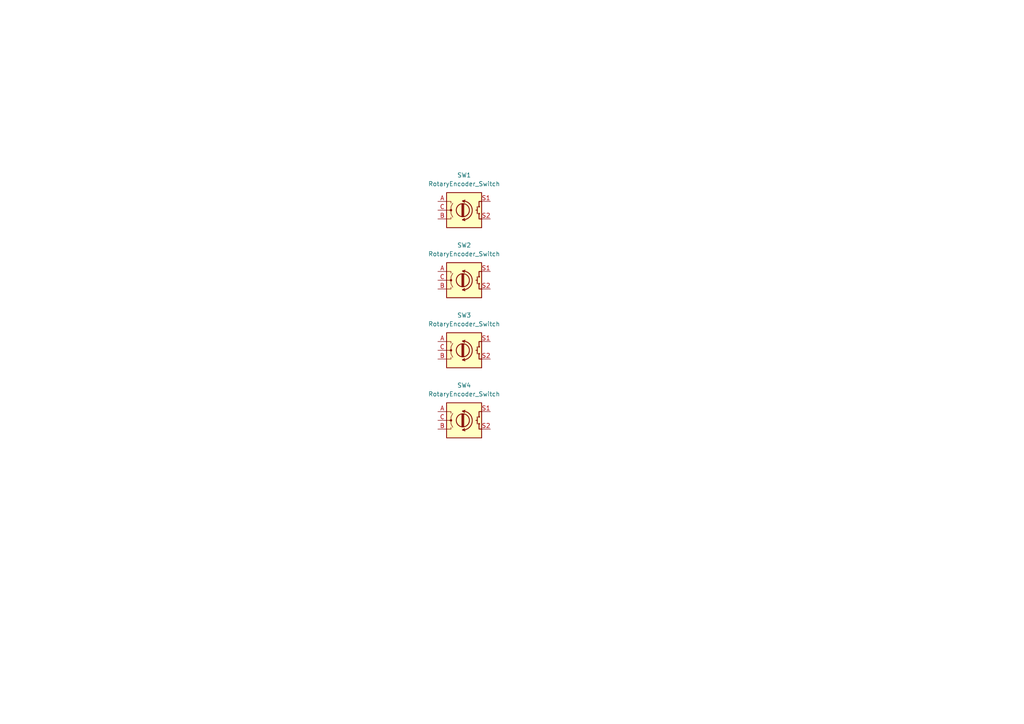
<source format=kicad_sch>
(kicad_sch (version 20211123) (generator eeschema)
  (paper "A4")
  (lib_symbols
    (symbol "Device:RotaryEncoder_Switch" (pin_names (offset 0.254) hide)
      (property "Reference" "SW" (at 0 6.604 0))
      (property "Value" "RotaryEncoder_Switch" (at 0 -6.604 0))
      (symbol "RotaryEncoder_Switch_0_1"
        (rectangle (start -5.08 5.08) (end 5.08 -5.08) (stroke (width 0.254)) (fill (type background)))
        (circle (center -3.81 0) (radius 0.254) (fill (type outline)))
        (arc (start -0.381 -2.794) (mid 2.3622 -0.0508) (end -0.381 2.667) (stroke (width 0.254)))
        (circle (center -0.381 0) (radius 1.905) (stroke (width 0.254)))
        (polyline (pts (xy -0.635 -1.778) (xy -0.635 1.778)) (stroke (width 0.254)))
        (polyline (pts (xy -0.381 -1.778) (xy -0.381 1.778)) (stroke (width 0.254)))
        (polyline (pts (xy -0.127 1.778) (xy -0.127 -1.778)) (stroke (width 0.254)))
        (polyline (pts (xy 3.81 0) (xy 3.429 0)) (stroke (width 0.254)))
        (polyline (pts (xy 3.81 1.016) (xy 3.81 -1.016)) (stroke (width 0.254)))
        (polyline (pts (xy -5.08 -2.54) (xy -3.81 -2.54) (xy -3.81 -2.032)))
        (polyline (pts (xy -5.08 2.54) (xy -3.81 2.54) (xy -3.81 2.032)))
        (polyline (pts (xy 0.254 -3.048) (xy -0.508 -2.794) (xy 0.127 -2.413)) (stroke (width 0.254)))
        (polyline (pts (xy 0.254 2.921) (xy -0.508 2.667) (xy 0.127 2.286)) (stroke (width 0.254)))
        (polyline (pts (xy 5.08 -2.54) (xy 4.318 -2.54) (xy 4.318 -1.016)) (stroke (width 0.254)))
        (polyline (pts (xy 5.08 2.54) (xy 4.318 2.54) (xy 4.318 1.016)) (stroke (width 0.254)))
        (polyline (pts (xy -5.08 0) (xy -3.81 0) (xy -3.81 -1.016) (xy -3.302 -2.032)))
        (polyline (pts (xy -4.318 0) (xy -3.81 0) (xy -3.81 1.016) (xy -3.302 2.032)))
        (circle (center 4.318 -1.016) (radius 0.127) (stroke (width 0.254)))
        (circle (center 4.318 1.016) (radius 0.127) (stroke (width 0.254)))
      )
      (symbol "RotaryEncoder_Switch_1_1"
        (pin passive line (at -7.62 2.54 0) (length 2.54) (name "A") (number "A"))
        (pin passive line (at -7.62 -2.54 0) (length 2.54) (name "B") (number "B"))
        (pin passive line (at -7.62 0 0) (length 2.54) (name "C") (number "C"))
        (pin passive line (at 7.62 2.54 180) (length 2.54) (name "S1") (number "S1"))
        (pin passive line (at 7.62 -2.54 180) (length 2.54) (name "S2") (number "S2"))
      )
    )
  )
  (symbol (lib_id "Device:RotaryEncoder_Switch") (at 134.62 101.6 0) (unit 1)
    (property "Reference" "SW3" (at 134.62 91.44 0))
    (property "Value" "RotaryEncoder_Switch" (at 134.62 93.98 0))
    (property "Footprint" "Rotary_Encoder:RotaryEncoder_Alps_EC12E-Switch_Vertical_H20mm_CircularMountingHoles" (effects hide))
  )
  (symbol (lib_id "Device:RotaryEncoder_Switch") (at 134.62 81.28 0) (unit 1)
    (property "Reference" "SW2" (at 134.62 71.12 0))
    (property "Value" "RotaryEncoder_Switch" (at 134.62 73.66 0))
    (property "Footprint" "Rotary_Encoder:RotaryEncoder_Alps_EC12E-Switch_Vertical_H20mm_CircularMountingHoles" (effects hide))
  )
  (symbol (lib_id "Device:RotaryEncoder_Switch") (at 134.62 60.96 0) (unit 1)
    (property "Reference" "SW1" (at 134.62 50.8 0))
    (property "Value" "RotaryEncoder_Switch" (at 134.62 53.34 0))
    (property "Footprint" "Rotary_Encoder:RotaryEncoder_Alps_EC12E-Switch_Vertical_H20mm_CircularMountingHoles" (effects hide))
  )
  (symbol (lib_id "Device:RotaryEncoder_Switch") (at 134.62 121.92 0) (unit 1)
    (property "Reference" "SW4" (at 134.62 111.76 0))
    (property "Value" "RotaryEncoder_Switch" (at 134.62 114.3 0))
    (property "Footprint" "Rotary_Encoder:RotaryEncoder_Alps_EC12E-Switch_Vertical_H20mm_CircularMountingHoles" (effects hide))
  )
)
</source>
